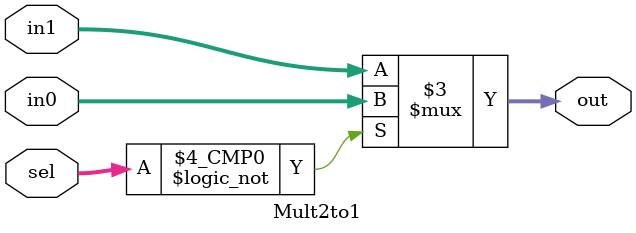
<source format=sv>
`timescale 1ns / 1ps

module REF_GEN_MUX (  // 4-to-1 mux
    input  [31:0] in0,
    input  [31:0] in1,
    input  [31:0] in2,
    input  [31:0] in3,
    input  [ 3:0] sel,
    output [31:0] out
);
    MUX_4_TO_1 GM (
        .sel(sel),
        .in0(in0),
        .in1(in1),
        .in2(in2),
        .in3(in3),
        .out(out)
    );
endmodule

module Mult6to1 (
    input  [31:0] in0,
    input  [31:0] in1,
    input  [31:0] in2,
    input  [31:0] in3,
    input  [31:0] in4,
    input  [31:0] in5,
    input  [ 3:0] sel,
    output [31:0] out
);
    always_comb
        case (sel)
            5:       out = in5;
            4:       out = in4;
            3:       out = in3;
            2:       out = in2;
            1:       out = in1;
            default: out = in0;
        endcase
endmodule

module Mult5to1 (
    input  [31:0] in0,
    input  [31:0] in1,
    input  [31:0] in2,
    input  [31:0] in3,
    input  [31:0] in4,
    input  [ 3:0] sel,
    output [31:0] out
);
    always_comb
        case (sel)
            4:       out = in4;
            3:       out = in3;
            2:       out = in2;
            1:       out = in1;
            default: out = in0;
        endcase
endmodule

module Mult4to1 (
    input  [31:0] in0,
    input  [31:0] in1,
    input  [31:0] in2,
    input  [31:0] in3,
    input  [ 3:0] sel,
    output [31:0] out
);
    always_comb
        case (sel)
            0:       out = in0;
            1:       out = in1;
            2:       out = in2;
            default: out = in3;
        endcase
endmodule

module Mult2to1 (
    input  [31:0] in0,
    input  [31:0] in1,
    input  [ 3:0] sel,
    output [31:0] out
);
    always_comb
        case (sel)
            0:       out = in0;
            default: out = in1;
        endcase
endmodule

</source>
